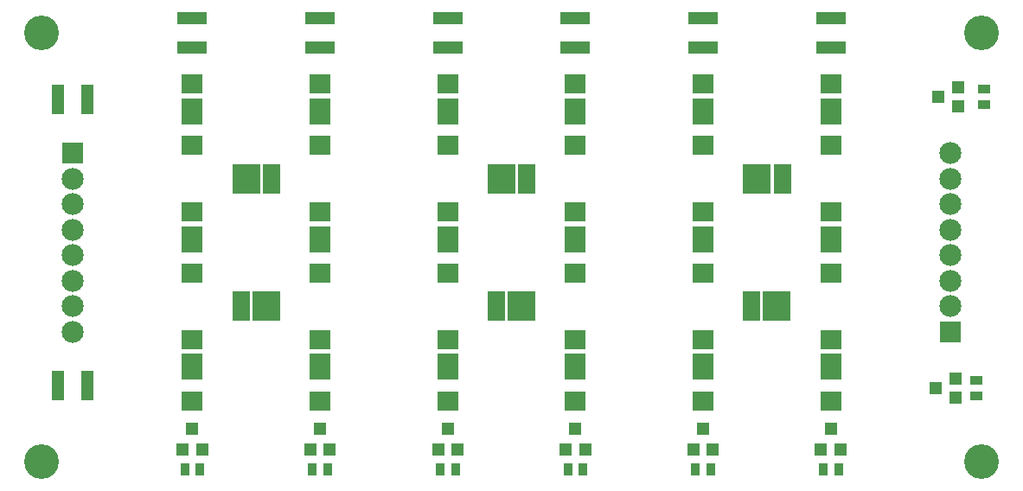
<source format=gbr>
G04 #@! TF.FileFunction,Soldermask,Top*
%FSLAX46Y46*%
G04 Gerber Fmt 4.6, Leading zero omitted, Abs format (unit mm)*
G04 Created by KiCad (PCBNEW 4.0.4-stable) date 03/09/17 20:40:53*
%MOMM*%
%LPD*%
G01*
G04 APERTURE LIST*
%ADD10C,0.100000*%
%ADD11R,2.100000X1.900000*%
%ADD12R,2.100000X2.650000*%
%ADD13R,1.200000X1.300000*%
%ADD14R,0.900000X1.300000*%
%ADD15R,1.750000X2.900000*%
%ADD16R,2.750000X2.900000*%
%ADD17C,3.400000*%
%ADD18R,2.900000X1.300000*%
%ADD19R,1.300000X1.200000*%
%ADD20R,1.300000X0.900000*%
%ADD21R,1.300000X2.900000*%
%ADD22R,2.150000X2.150000*%
%ADD23C,2.150000*%
G04 APERTURE END LIST*
D10*
D11*
X153250000Y-79500000D03*
X153250000Y-73500000D03*
D12*
X153250000Y-76180000D03*
D11*
X140750000Y-79500000D03*
X140750000Y-73500000D03*
D12*
X140750000Y-76180000D03*
D13*
X139800000Y-84250000D03*
X141700000Y-84250000D03*
X140750000Y-82250000D03*
D14*
X141500000Y-86250000D03*
X140000000Y-86250000D03*
D13*
X127300000Y-84250000D03*
X129200000Y-84250000D03*
X128250000Y-82250000D03*
D11*
X128250000Y-54500000D03*
X128250000Y-48500000D03*
D12*
X128250000Y-51180000D03*
D11*
X178250000Y-54500000D03*
X178250000Y-48500000D03*
D12*
X178250000Y-51180000D03*
D11*
X165750000Y-54500000D03*
X165750000Y-48500000D03*
D12*
X165750000Y-51180000D03*
D15*
X161000000Y-57750000D03*
D16*
X158525000Y-57750000D03*
D17*
X205500000Y-85500000D03*
X205500000Y-43500000D03*
X113500000Y-85500000D03*
D13*
X177300000Y-84250000D03*
X179200000Y-84250000D03*
X178250000Y-82250000D03*
D14*
X179000000Y-86250000D03*
X177500000Y-86250000D03*
D17*
X113500000Y-43500000D03*
D13*
X152300000Y-84250000D03*
X154200000Y-84250000D03*
X153250000Y-82250000D03*
X189800000Y-84250000D03*
X191700000Y-84250000D03*
X190750000Y-82250000D03*
X164800000Y-84250000D03*
X166700000Y-84250000D03*
X165750000Y-82250000D03*
D18*
X178250000Y-42050000D03*
X178250000Y-44950000D03*
X140750000Y-42050000D03*
X140750000Y-44950000D03*
D14*
X191500000Y-86250000D03*
X190000000Y-86250000D03*
X129000000Y-86250000D03*
X127500000Y-86250000D03*
D18*
X153250000Y-42050000D03*
X153250000Y-44950000D03*
X128250000Y-42050000D03*
X128250000Y-44950000D03*
D14*
X154000000Y-86250000D03*
X152500000Y-86250000D03*
X166500000Y-86250000D03*
X165000000Y-86250000D03*
D18*
X190750000Y-42050000D03*
X190750000Y-44950000D03*
X165750000Y-42050000D03*
X165750000Y-44950000D03*
D11*
X178250000Y-67000000D03*
X178250000Y-61000000D03*
D12*
X178250000Y-63680000D03*
D11*
X178250000Y-79500000D03*
X178250000Y-73500000D03*
D12*
X178250000Y-76180000D03*
D11*
X140750000Y-54500000D03*
X140750000Y-48500000D03*
D12*
X140750000Y-51180000D03*
D11*
X140750000Y-67000000D03*
X140750000Y-61000000D03*
D12*
X140750000Y-63680000D03*
D11*
X153250000Y-54500000D03*
X153250000Y-48500000D03*
D12*
X153250000Y-51180000D03*
D11*
X153250000Y-67000000D03*
X153250000Y-61000000D03*
D12*
X153250000Y-63680000D03*
D11*
X128250000Y-67000000D03*
X128250000Y-61000000D03*
D12*
X128250000Y-63680000D03*
D11*
X128250000Y-79500000D03*
X128250000Y-73500000D03*
D12*
X128250000Y-76180000D03*
D11*
X190750000Y-54500000D03*
X190750000Y-48500000D03*
D12*
X190750000Y-51180000D03*
D11*
X190750000Y-67000000D03*
X190750000Y-61000000D03*
D12*
X190750000Y-63680000D03*
D11*
X190750000Y-79500000D03*
X190750000Y-73500000D03*
D12*
X190750000Y-76180000D03*
D11*
X165750000Y-67000000D03*
X165750000Y-61000000D03*
D12*
X165750000Y-63680000D03*
D11*
X165750000Y-79500000D03*
X165750000Y-73500000D03*
D12*
X165750000Y-76180000D03*
D19*
X203250000Y-50700000D03*
X203250000Y-48800000D03*
X201250000Y-49750000D03*
X203000000Y-79200000D03*
X203000000Y-77300000D03*
X201000000Y-78250000D03*
D20*
X205750000Y-49000000D03*
X205750000Y-50500000D03*
D21*
X115050000Y-50000000D03*
X117950000Y-50000000D03*
D20*
X205000000Y-77500000D03*
X205000000Y-79000000D03*
D21*
X115050000Y-78000000D03*
X117950000Y-78000000D03*
D15*
X136000000Y-57750000D03*
D16*
X133525000Y-57750000D03*
D15*
X186000000Y-57750000D03*
D16*
X183525000Y-57750000D03*
D15*
X133000000Y-70250000D03*
D16*
X135475000Y-70250000D03*
D15*
X183000000Y-70250000D03*
D16*
X185475000Y-70250000D03*
D15*
X158000000Y-70250000D03*
D16*
X160475000Y-70250000D03*
D22*
X116500000Y-55250000D03*
D23*
X116500000Y-57750000D03*
X116500000Y-60250000D03*
X116500000Y-62750000D03*
X116500000Y-65250000D03*
X116500000Y-67750000D03*
X116500000Y-70250000D03*
X116500000Y-72750000D03*
D22*
X202500000Y-72750000D03*
D23*
X202500000Y-70250000D03*
X202500000Y-67750000D03*
X202500000Y-65250000D03*
X202500000Y-62750000D03*
X202500000Y-60250000D03*
X202500000Y-57750000D03*
X202500000Y-55250000D03*
M02*

</source>
